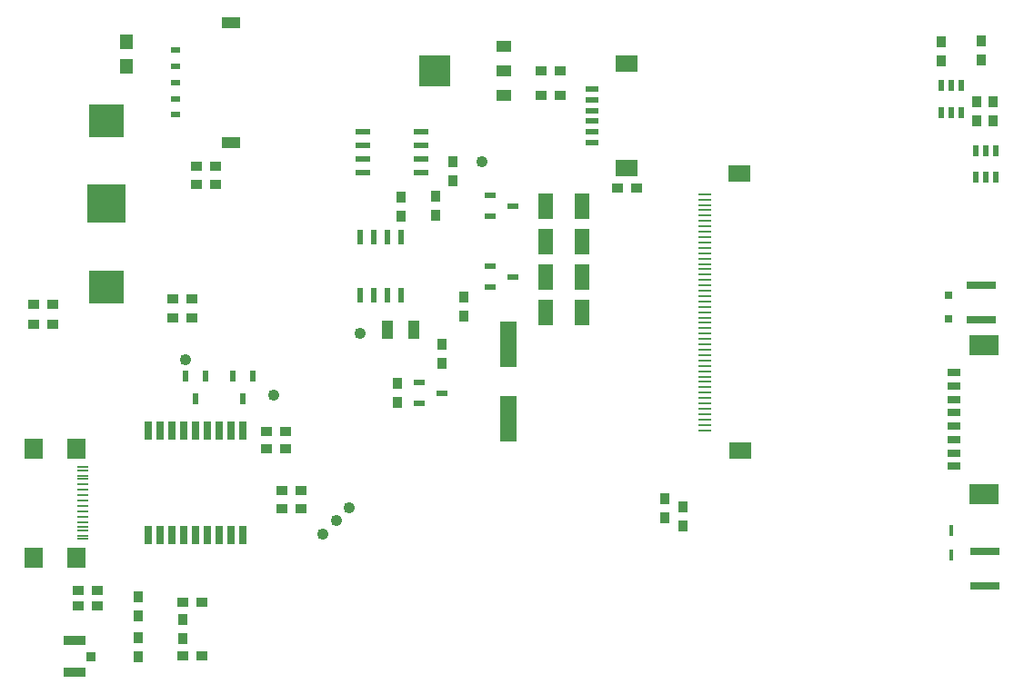
<source format=gbr>
G04 DesignSpark PCB PRO Gerber Version 10.0 Build 5299*
G04 #@! TF.Part,Single*
G04 #@! TF.FileFunction,Paste,Bot*
G04 #@! TF.FilePolarity,Positive*
%FSLAX35Y35*%
%MOIN*%
G04 #@! TA.AperFunction,SMDPad,CuDef*
%ADD110R,0.01772X0.04035*%
%ADD114R,0.02126X0.04291*%
%ADD89R,0.02303X0.04469*%
%ADD99R,0.02303X0.05748*%
%ADD87R,0.02835X0.06772*%
%ADD91R,0.03543X0.03898*%
%ADD100R,0.03898X0.07047*%
%ADD117R,0.04950X0.05450*%
%ADD97R,0.05670X0.09570*%
%ADD113R,0.06378X0.16614*%
%ADD105R,0.07087X0.07795*%
%ADD109R,0.02835X0.02835*%
%ADD112R,0.14173X0.14173*%
%ADD88C,0.04252*%
%ADD104R,0.04409X0.01063*%
%ADD96R,0.05000X0.01063*%
%ADD115R,0.03701X0.02126*%
%ADD94R,0.04882X0.02126*%
%ADD98R,0.04469X0.02303*%
%ADD103R,0.05748X0.02303*%
%ADD101R,0.04803X0.02835*%
%ADD108R,0.10717X0.03118*%
%ADD93R,0.03740X0.03543*%
%ADD90R,0.03898X0.03543*%
%ADD92R,0.08248X0.03720*%
%ADD106R,0.05827X0.04252*%
%ADD116R,0.06594X0.04429*%
%ADD95R,0.07953X0.06378*%
%ADD102R,0.10984X0.07441*%
%ADD107R,0.11693X0.11693*%
%ADD111R,0.12795X0.12402*%
G04 #@! TD.AperFunction*
X0Y0D02*
D02*
D87*
X57193Y64370D03*
Y102559D03*
X61524Y64370D03*
Y102559D03*
X65854Y64370D03*
Y102559D03*
X70185Y64370D03*
Y102559D03*
X74516Y64370D03*
Y102559D03*
X78846Y64370D03*
Y102559D03*
X83177Y64370D03*
Y102559D03*
X87508Y64370D03*
Y102559D03*
X91839Y64370D03*
Y102559D03*
D02*
D88*
X70775Y128544D03*
X103256Y115748D03*
X121169Y64567D03*
X126090Y69489D03*
X131011Y74410D03*
X134752Y138189D03*
X179633Y201181D03*
D02*
D89*
X70736Y122638D03*
X74516Y114370D03*
X78295Y122638D03*
X88059D03*
X91838Y114370D03*
X95618Y122638D03*
D02*
D90*
X15267Y141733D03*
Y148819D03*
X22267Y141733D03*
Y148819D03*
X31448Y38189D03*
Y44095D03*
X38448Y38189D03*
Y44095D03*
X66291Y144094D03*
Y150787D03*
X69834Y20079D03*
Y39764D03*
X73291Y144094D03*
Y150787D03*
X74952Y192914D03*
Y199607D03*
X76834Y20079D03*
Y39764D03*
X81952Y192914D03*
Y199607D03*
X100543Y96063D03*
Y102363D03*
X106055Y73819D03*
Y80512D03*
X107543Y96063D03*
Y102363D03*
X113055Y73819D03*
Y80512D03*
X201330Y225591D03*
Y234646D03*
X208330Y225591D03*
Y234646D03*
X229086Y191733D03*
X236086D03*
D02*
D91*
X53649Y19729D03*
Y26729D03*
Y34689D03*
Y41689D03*
X69791Y26421D03*
Y33421D03*
X148531Y113036D03*
Y120036D03*
X149712Y181343D03*
Y188343D03*
X162507Y181540D03*
Y188540D03*
X164870Y127327D03*
Y134327D03*
X169004Y194138D03*
Y201138D03*
X172941Y144689D03*
Y151689D03*
X246563Y70516D03*
Y77516D03*
X253256Y67717D03*
Y74717D03*
X347744Y238233D03*
Y245233D03*
X360933Y216382D03*
Y223382D03*
X362704Y238626D03*
Y245626D03*
X367035Y216382D03*
Y223382D03*
D02*
D92*
X30106Y13878D03*
Y25492D03*
D02*
D93*
X36110Y19685D03*
D02*
D94*
X219791Y208268D03*
Y212205D03*
Y216142D03*
Y220079D03*
Y224016D03*
Y227953D03*
D02*
D95*
X232587Y198819D03*
Y237402D03*
X273886Y196850D03*
X274122Y95276D03*
D02*
D96*
X261327Y102756D03*
Y104724D03*
Y106693D03*
Y108661D03*
Y110630D03*
Y112598D03*
Y114567D03*
Y116535D03*
Y118504D03*
Y120472D03*
Y122441D03*
Y124409D03*
Y126378D03*
Y128346D03*
Y130315D03*
Y132283D03*
Y134252D03*
Y136220D03*
Y138189D03*
Y140157D03*
Y142126D03*
Y144094D03*
Y146063D03*
Y148031D03*
Y150000D03*
Y151969D03*
Y153937D03*
Y155906D03*
Y157874D03*
Y159843D03*
Y161811D03*
Y163780D03*
Y165748D03*
Y167717D03*
Y169685D03*
Y171654D03*
Y173622D03*
Y175591D03*
Y177559D03*
Y179528D03*
Y181496D03*
Y183465D03*
Y185433D03*
Y187402D03*
Y189370D03*
D02*
D97*
X202855Y146063D03*
Y159055D03*
Y172047D03*
Y185039D03*
X216255Y146063D03*
Y159055D03*
Y172047D03*
Y185039D03*
D02*
D98*
X156602Y112559D03*
Y120119D03*
X164870Y116339D03*
X182587Y155276D03*
Y162835D03*
Y181260D03*
Y188819D03*
X190854Y159055D03*
Y185039D03*
D02*
D99*
X134732Y152119D03*
Y173473D03*
X139732Y152119D03*
Y173473D03*
X144732Y152119D03*
Y173473D03*
X149732Y152119D03*
Y173473D03*
D02*
D100*
X144791Y139567D03*
X154633D03*
D02*
D101*
X352634Y89469D03*
Y94390D03*
Y99311D03*
Y104232D03*
Y109154D03*
Y114075D03*
Y118996D03*
Y123917D03*
D02*
D102*
X363461Y79429D03*
Y133957D03*
D02*
D103*
X135886Y197224D03*
Y202224D03*
Y207224D03*
Y212224D03*
X157240Y197224D03*
Y202224D03*
Y207224D03*
Y212224D03*
D02*
D104*
X33091Y62795D03*
Y63976D03*
Y65945D03*
Y67126D03*
Y69094D03*
Y71063D03*
Y73031D03*
Y75000D03*
Y76969D03*
Y78937D03*
Y80906D03*
Y82874D03*
Y84843D03*
Y86024D03*
Y87992D03*
Y89173D03*
D02*
D105*
X15354Y55866D03*
Y96102D03*
X30827Y55866D03*
Y96102D03*
D02*
D106*
X187485Y225574D03*
Y234630D03*
Y243685D03*
D02*
D107*
X162289Y234630D03*
D02*
D108*
X362705Y143169D03*
Y156043D03*
X363886Y45531D03*
Y58406D03*
D02*
D109*
X350500Y143701D03*
Y152363D03*
D02*
D110*
X351681Y56890D03*
Y65945D03*
D02*
D111*
X41838Y155315D03*
Y216339D03*
D02*
D112*
Y185827D03*
D02*
D113*
X189279Y106890D03*
Y134449D03*
D02*
D114*
X347744Y219292D03*
Y229134D03*
X351484Y219292D03*
Y229134D03*
X355224Y219292D03*
Y229134D03*
X360539Y195473D03*
Y205315D03*
X364279Y195473D03*
Y205315D03*
X368019Y195473D03*
Y205315D03*
D02*
D115*
X67232Y218504D03*
Y224410D03*
Y230315D03*
Y236221D03*
Y242126D03*
D02*
D116*
X87665Y208248D03*
Y252382D03*
D02*
D117*
X49319Y236248D03*
Y245248D03*
X0Y0D02*
M02*

</source>
